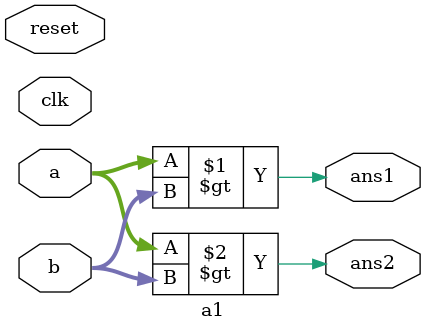
<source format=v>
`timescale 1ns / 1ps
module a1(
	input clk,
	input reset,
	input [3:0] a,
	input [3:0] b,
	output ans1,
   output ans2
   );
   assign ans1 = a > b;
   assign ans2 = $signed(a) > $signed(b);
    

endmodule

</source>
